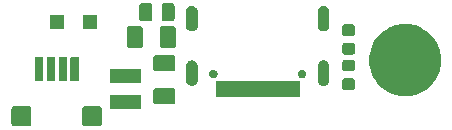
<source format=gbr>
G04 #@! TF.GenerationSoftware,KiCad,Pcbnew,(5.1.4)-1*
G04 #@! TF.CreationDate,2021-08-26T02:32:56-07:00*
G04 #@! TF.ProjectId,dboard,64626f61-7264-42e6-9b69-6361645f7063,rev?*
G04 #@! TF.SameCoordinates,Original*
G04 #@! TF.FileFunction,Soldermask,Bot*
G04 #@! TF.FilePolarity,Negative*
%FSLAX46Y46*%
G04 Gerber Fmt 4.6, Leading zero omitted, Abs format (unit mm)*
G04 Created by KiCad (PCBNEW (5.1.4)-1) date 2021-08-26 02:32:56*
%MOMM*%
%LPD*%
G04 APERTURE LIST*
%ADD10C,0.100000*%
G04 APERTURE END LIST*
D10*
G36*
X-13362743Y-9654692D02*
G01*
X-13313065Y-9669762D01*
X-13267289Y-9694230D01*
X-13227161Y-9727161D01*
X-13194230Y-9767289D01*
X-13169762Y-9813065D01*
X-13154692Y-9862743D01*
X-13149000Y-9920538D01*
X-13149000Y-11079462D01*
X-13154692Y-11137257D01*
X-13169762Y-11186935D01*
X-13194230Y-11232711D01*
X-13227161Y-11272839D01*
X-13267289Y-11305770D01*
X-13313065Y-11330238D01*
X-13362743Y-11345308D01*
X-13420538Y-11351000D01*
X-14579462Y-11351000D01*
X-14637257Y-11345308D01*
X-14686935Y-11330238D01*
X-14732711Y-11305770D01*
X-14772839Y-11272839D01*
X-14805770Y-11232711D01*
X-14830238Y-11186935D01*
X-14845308Y-11137257D01*
X-14851000Y-11079462D01*
X-14851000Y-9920538D01*
X-14845308Y-9862743D01*
X-14830238Y-9813065D01*
X-14805770Y-9767289D01*
X-14772839Y-9727161D01*
X-14732711Y-9694230D01*
X-14686935Y-9669762D01*
X-14637257Y-9654692D01*
X-14579462Y-9649000D01*
X-13420538Y-9649000D01*
X-13362743Y-9654692D01*
X-13362743Y-9654692D01*
G37*
G36*
X-19362743Y-9654692D02*
G01*
X-19313065Y-9669762D01*
X-19267289Y-9694230D01*
X-19227161Y-9727161D01*
X-19194230Y-9767289D01*
X-19169762Y-9813065D01*
X-19154692Y-9862743D01*
X-19149000Y-9920538D01*
X-19149000Y-11079462D01*
X-19154692Y-11137257D01*
X-19169762Y-11186935D01*
X-19194230Y-11232711D01*
X-19227161Y-11272839D01*
X-19267289Y-11305770D01*
X-19313065Y-11330238D01*
X-19362743Y-11345308D01*
X-19420538Y-11351000D01*
X-20579462Y-11351000D01*
X-20637257Y-11345308D01*
X-20686935Y-11330238D01*
X-20732711Y-11305770D01*
X-20772839Y-11272839D01*
X-20805770Y-11232711D01*
X-20830238Y-11186935D01*
X-20845308Y-11137257D01*
X-20851000Y-11079462D01*
X-20851000Y-9920538D01*
X-20845308Y-9862743D01*
X-20830238Y-9813065D01*
X-20805770Y-9767289D01*
X-20772839Y-9727161D01*
X-20732711Y-9694230D01*
X-20686935Y-9669762D01*
X-20637257Y-9654692D01*
X-20579462Y-9649000D01*
X-19420538Y-9649000D01*
X-19362743Y-9654692D01*
X-19362743Y-9654692D01*
G37*
G36*
X-9874000Y-9881000D02*
G01*
X-12526000Y-9881000D01*
X-12526000Y-8719000D01*
X-9874000Y-8719000D01*
X-9874000Y-9881000D01*
X-9874000Y-9881000D01*
G37*
G36*
X-7131396Y-8128347D02*
G01*
X-7094856Y-8139432D01*
X-7061179Y-8157433D01*
X-7031659Y-8181659D01*
X-7007433Y-8211179D01*
X-6989432Y-8244856D01*
X-6978347Y-8281396D01*
X-6974000Y-8325538D01*
X-6974000Y-9274462D01*
X-6978347Y-9318604D01*
X-6989432Y-9355144D01*
X-7007433Y-9388821D01*
X-7031659Y-9418341D01*
X-7061179Y-9442567D01*
X-7094856Y-9460568D01*
X-7131396Y-9471653D01*
X-7175538Y-9476000D01*
X-8624462Y-9476000D01*
X-8668604Y-9471653D01*
X-8705144Y-9460568D01*
X-8738821Y-9442567D01*
X-8768341Y-9418341D01*
X-8792567Y-9388821D01*
X-8810568Y-9355144D01*
X-8821653Y-9318604D01*
X-8826000Y-9274462D01*
X-8826000Y-8325538D01*
X-8821653Y-8281396D01*
X-8810568Y-8244856D01*
X-8792567Y-8211179D01*
X-8768341Y-8181659D01*
X-8738821Y-8157433D01*
X-8705144Y-8139432D01*
X-8668604Y-8128347D01*
X-8624462Y-8124000D01*
X-7175538Y-8124000D01*
X-7131396Y-8128347D01*
X-7131396Y-8128347D01*
G37*
G36*
X3551000Y-8901000D02*
G01*
X-3551000Y-8901000D01*
X-3551000Y-7499000D01*
X3551000Y-7499000D01*
X3551000Y-8901000D01*
X3551000Y-8901000D01*
G37*
G36*
X13389943Y-2816248D02*
G01*
X13945189Y-3046238D01*
X14119193Y-3162504D01*
X14444899Y-3380134D01*
X14869866Y-3805101D01*
X14939974Y-3910025D01*
X15203762Y-4304811D01*
X15433752Y-4860057D01*
X15551000Y-5449501D01*
X15551000Y-6050499D01*
X15433752Y-6639943D01*
X15203762Y-7195189D01*
X15098542Y-7352661D01*
X14869866Y-7694899D01*
X14444899Y-8119866D01*
X14218252Y-8271307D01*
X13945189Y-8453762D01*
X13389943Y-8683752D01*
X12800499Y-8801000D01*
X12199501Y-8801000D01*
X11610057Y-8683752D01*
X11054811Y-8453762D01*
X10781748Y-8271307D01*
X10555101Y-8119866D01*
X10130134Y-7694899D01*
X9901458Y-7352661D01*
X9796238Y-7195189D01*
X9566248Y-6639943D01*
X9449000Y-6050499D01*
X9449000Y-5449501D01*
X9566248Y-4860057D01*
X9796238Y-4304811D01*
X10060026Y-3910025D01*
X10130134Y-3805101D01*
X10555101Y-3380134D01*
X10880807Y-3162504D01*
X11054811Y-3046238D01*
X11610057Y-2816248D01*
X12199501Y-2699000D01*
X12800499Y-2699000D01*
X13389943Y-2816248D01*
X13389943Y-2816248D01*
G37*
G36*
X8079591Y-7303085D02*
G01*
X8113569Y-7313393D01*
X8144890Y-7330134D01*
X8172339Y-7352661D01*
X8194866Y-7380110D01*
X8211607Y-7411431D01*
X8221915Y-7445409D01*
X8226000Y-7486890D01*
X8226000Y-8088110D01*
X8221915Y-8129591D01*
X8211607Y-8163569D01*
X8194866Y-8194890D01*
X8172339Y-8222339D01*
X8144890Y-8244866D01*
X8113569Y-8261607D01*
X8079591Y-8271915D01*
X8038110Y-8276000D01*
X7361890Y-8276000D01*
X7320409Y-8271915D01*
X7286431Y-8261607D01*
X7255110Y-8244866D01*
X7227661Y-8222339D01*
X7205134Y-8194890D01*
X7188393Y-8163569D01*
X7178085Y-8129591D01*
X7174000Y-8088110D01*
X7174000Y-7486890D01*
X7178085Y-7445409D01*
X7188393Y-7411431D01*
X7205134Y-7380110D01*
X7227661Y-7352661D01*
X7255110Y-7330134D01*
X7286431Y-7313393D01*
X7320409Y-7303085D01*
X7361890Y-7299000D01*
X8038110Y-7299000D01*
X8079591Y-7303085D01*
X8079591Y-7303085D01*
G37*
G36*
X-5476788Y-5761249D02*
G01*
X-5382349Y-5789897D01*
X-5295313Y-5836418D01*
X-5219025Y-5899025D01*
X-5156418Y-5975313D01*
X-5109897Y-6062348D01*
X-5081249Y-6156787D01*
X-5074000Y-6230388D01*
X-5074000Y-7429612D01*
X-5081249Y-7503213D01*
X-5109897Y-7597652D01*
X-5156418Y-7684687D01*
X-5219025Y-7760975D01*
X-5295313Y-7823582D01*
X-5382348Y-7870103D01*
X-5476787Y-7898751D01*
X-5575000Y-7908424D01*
X-5673212Y-7898751D01*
X-5767651Y-7870103D01*
X-5854686Y-7823582D01*
X-5930974Y-7760975D01*
X-5993581Y-7684687D01*
X-6040102Y-7597652D01*
X-6068750Y-7503213D01*
X-6075999Y-7429612D01*
X-6076000Y-6230389D01*
X-6068751Y-6156788D01*
X-6040103Y-6062349D01*
X-5993582Y-5975313D01*
X-5930975Y-5899025D01*
X-5854687Y-5836418D01*
X-5767652Y-5789897D01*
X-5673213Y-5761249D01*
X-5575000Y-5751576D01*
X-5476788Y-5761249D01*
X-5476788Y-5761249D01*
G37*
G36*
X5673212Y-5761249D02*
G01*
X5767651Y-5789897D01*
X5854687Y-5836418D01*
X5930975Y-5899025D01*
X5993582Y-5975313D01*
X6040103Y-6062348D01*
X6068751Y-6156787D01*
X6076000Y-6230388D01*
X6076000Y-7429612D01*
X6068751Y-7503213D01*
X6040103Y-7597652D01*
X5993582Y-7684687D01*
X5930975Y-7760975D01*
X5854687Y-7823582D01*
X5767652Y-7870103D01*
X5673213Y-7898751D01*
X5575000Y-7908424D01*
X5476788Y-7898751D01*
X5382349Y-7870103D01*
X5295314Y-7823582D01*
X5219026Y-7760975D01*
X5156419Y-7684687D01*
X5109898Y-7597652D01*
X5081250Y-7503213D01*
X5074001Y-7429612D01*
X5074000Y-6230389D01*
X5081249Y-6156788D01*
X5109897Y-6062349D01*
X5156418Y-5975313D01*
X5219025Y-5899025D01*
X5295313Y-5836418D01*
X5382348Y-5789897D01*
X5476787Y-5761249D01*
X5575000Y-5751576D01*
X5673212Y-5761249D01*
X5673212Y-5761249D01*
G37*
G36*
X-9874000Y-7681000D02*
G01*
X-12526000Y-7681000D01*
X-12526000Y-6519000D01*
X-9874000Y-6519000D01*
X-9874000Y-7681000D01*
X-9874000Y-7681000D01*
G37*
G36*
X-18240072Y-5451764D02*
G01*
X-18218991Y-5458160D01*
X-18199555Y-5468548D01*
X-18182524Y-5482524D01*
X-18168548Y-5499555D01*
X-18158160Y-5518991D01*
X-18151764Y-5540072D01*
X-18149000Y-5568140D01*
X-18149000Y-7431860D01*
X-18151764Y-7459928D01*
X-18158160Y-7481009D01*
X-18168548Y-7500445D01*
X-18182524Y-7517476D01*
X-18199555Y-7531452D01*
X-18218991Y-7541840D01*
X-18240072Y-7548236D01*
X-18268140Y-7551000D01*
X-18731860Y-7551000D01*
X-18759928Y-7548236D01*
X-18781009Y-7541840D01*
X-18800445Y-7531452D01*
X-18817476Y-7517476D01*
X-18831452Y-7500445D01*
X-18841840Y-7481009D01*
X-18848236Y-7459928D01*
X-18851000Y-7431860D01*
X-18851000Y-5568140D01*
X-18848236Y-5540072D01*
X-18841840Y-5518991D01*
X-18831452Y-5499555D01*
X-18817476Y-5482524D01*
X-18800445Y-5468548D01*
X-18781009Y-5458160D01*
X-18759928Y-5451764D01*
X-18731860Y-5449000D01*
X-18268140Y-5449000D01*
X-18240072Y-5451764D01*
X-18240072Y-5451764D01*
G37*
G36*
X-17240072Y-5451764D02*
G01*
X-17218991Y-5458160D01*
X-17199555Y-5468548D01*
X-17182524Y-5482524D01*
X-17168548Y-5499555D01*
X-17158160Y-5518991D01*
X-17151764Y-5540072D01*
X-17149000Y-5568140D01*
X-17149000Y-7431860D01*
X-17151764Y-7459928D01*
X-17158160Y-7481009D01*
X-17168548Y-7500445D01*
X-17182524Y-7517476D01*
X-17199555Y-7531452D01*
X-17218991Y-7541840D01*
X-17240072Y-7548236D01*
X-17268140Y-7551000D01*
X-17731860Y-7551000D01*
X-17759928Y-7548236D01*
X-17781009Y-7541840D01*
X-17800445Y-7531452D01*
X-17817476Y-7517476D01*
X-17831452Y-7500445D01*
X-17841840Y-7481009D01*
X-17848236Y-7459928D01*
X-17851000Y-7431860D01*
X-17851000Y-5568140D01*
X-17848236Y-5540072D01*
X-17841840Y-5518991D01*
X-17831452Y-5499555D01*
X-17817476Y-5482524D01*
X-17800445Y-5468548D01*
X-17781009Y-5458160D01*
X-17759928Y-5451764D01*
X-17731860Y-5449000D01*
X-17268140Y-5449000D01*
X-17240072Y-5451764D01*
X-17240072Y-5451764D01*
G37*
G36*
X-16240072Y-5451764D02*
G01*
X-16218991Y-5458160D01*
X-16199555Y-5468548D01*
X-16182524Y-5482524D01*
X-16168548Y-5499555D01*
X-16158160Y-5518991D01*
X-16151764Y-5540072D01*
X-16149000Y-5568140D01*
X-16149000Y-7431860D01*
X-16151764Y-7459928D01*
X-16158160Y-7481009D01*
X-16168548Y-7500445D01*
X-16182524Y-7517476D01*
X-16199555Y-7531452D01*
X-16218991Y-7541840D01*
X-16240072Y-7548236D01*
X-16268140Y-7551000D01*
X-16731860Y-7551000D01*
X-16759928Y-7548236D01*
X-16781009Y-7541840D01*
X-16800445Y-7531452D01*
X-16817476Y-7517476D01*
X-16831452Y-7500445D01*
X-16841840Y-7481009D01*
X-16848236Y-7459928D01*
X-16851000Y-7431860D01*
X-16851000Y-5568140D01*
X-16848236Y-5540072D01*
X-16841840Y-5518991D01*
X-16831452Y-5499555D01*
X-16817476Y-5482524D01*
X-16800445Y-5468548D01*
X-16781009Y-5458160D01*
X-16759928Y-5451764D01*
X-16731860Y-5449000D01*
X-16268140Y-5449000D01*
X-16240072Y-5451764D01*
X-16240072Y-5451764D01*
G37*
G36*
X-15240072Y-5451764D02*
G01*
X-15218991Y-5458160D01*
X-15199555Y-5468548D01*
X-15182524Y-5482524D01*
X-15168548Y-5499555D01*
X-15158160Y-5518991D01*
X-15151764Y-5540072D01*
X-15149000Y-5568140D01*
X-15149000Y-7431860D01*
X-15151764Y-7459928D01*
X-15158160Y-7481009D01*
X-15168548Y-7500445D01*
X-15182524Y-7517476D01*
X-15199555Y-7531452D01*
X-15218991Y-7541840D01*
X-15240072Y-7548236D01*
X-15268140Y-7551000D01*
X-15731860Y-7551000D01*
X-15759928Y-7548236D01*
X-15781009Y-7541840D01*
X-15800445Y-7531452D01*
X-15817476Y-7517476D01*
X-15831452Y-7500445D01*
X-15841840Y-7481009D01*
X-15848236Y-7459928D01*
X-15851000Y-7431860D01*
X-15851000Y-5568140D01*
X-15848236Y-5540072D01*
X-15841840Y-5518991D01*
X-15831452Y-5499555D01*
X-15817476Y-5482524D01*
X-15800445Y-5468548D01*
X-15781009Y-5458160D01*
X-15759928Y-5451764D01*
X-15731860Y-5449000D01*
X-15268140Y-5449000D01*
X-15240072Y-5451764D01*
X-15240072Y-5451764D01*
G37*
G36*
X3852383Y-6572489D02*
G01*
X3852386Y-6572490D01*
X3852385Y-6572490D01*
X3916258Y-6598946D01*
X3973748Y-6637360D01*
X4022640Y-6686252D01*
X4061054Y-6743742D01*
X4082624Y-6795818D01*
X4087511Y-6807617D01*
X4101000Y-6875430D01*
X4101000Y-6944570D01*
X4087511Y-7012383D01*
X4087510Y-7012385D01*
X4061054Y-7076258D01*
X4022640Y-7133748D01*
X3973748Y-7182640D01*
X3916258Y-7221054D01*
X3864182Y-7242624D01*
X3852383Y-7247511D01*
X3784570Y-7261000D01*
X3715427Y-7261000D01*
X3700384Y-7258008D01*
X3683466Y-7256342D01*
X3667191Y-7251404D01*
X3647617Y-7247511D01*
X3635818Y-7242624D01*
X3583742Y-7221054D01*
X3526252Y-7182640D01*
X3477360Y-7133748D01*
X3438946Y-7076258D01*
X3412490Y-7012385D01*
X3412489Y-7012383D01*
X3399000Y-6944570D01*
X3399000Y-6875430D01*
X3412489Y-6807617D01*
X3417376Y-6795818D01*
X3438946Y-6743742D01*
X3477360Y-6686252D01*
X3526252Y-6637360D01*
X3583742Y-6598946D01*
X3647615Y-6572490D01*
X3647614Y-6572490D01*
X3647617Y-6572489D01*
X3715430Y-6559000D01*
X3784570Y-6559000D01*
X3852383Y-6572489D01*
X3852383Y-6572489D01*
G37*
G36*
X-3647617Y-6572489D02*
G01*
X-3647614Y-6572490D01*
X-3647615Y-6572490D01*
X-3583742Y-6598946D01*
X-3526252Y-6637360D01*
X-3477360Y-6686252D01*
X-3438946Y-6743742D01*
X-3417376Y-6795818D01*
X-3412489Y-6807617D01*
X-3399000Y-6875430D01*
X-3399000Y-6944570D01*
X-3412489Y-7012383D01*
X-3412490Y-7012385D01*
X-3438946Y-7076258D01*
X-3477360Y-7133748D01*
X-3526252Y-7182640D01*
X-3583742Y-7221054D01*
X-3635818Y-7242624D01*
X-3647617Y-7247511D01*
X-3667191Y-7251404D01*
X-3683466Y-7256342D01*
X-3700384Y-7258008D01*
X-3715427Y-7261000D01*
X-3784570Y-7261000D01*
X-3852383Y-7247511D01*
X-3864182Y-7242624D01*
X-3916258Y-7221054D01*
X-3973748Y-7182640D01*
X-4022640Y-7133748D01*
X-4061054Y-7076258D01*
X-4087510Y-7012385D01*
X-4087511Y-7012383D01*
X-4101000Y-6944570D01*
X-4101000Y-6875430D01*
X-4087511Y-6807617D01*
X-4082624Y-6795818D01*
X-4061054Y-6743742D01*
X-4022640Y-6686252D01*
X-3973748Y-6637360D01*
X-3916258Y-6598946D01*
X-3852385Y-6572490D01*
X-3852386Y-6572490D01*
X-3852383Y-6572489D01*
X-3784570Y-6559000D01*
X-3715430Y-6559000D01*
X-3647617Y-6572489D01*
X-3647617Y-6572489D01*
G37*
G36*
X8079591Y-5728085D02*
G01*
X8113569Y-5738393D01*
X8144890Y-5755134D01*
X8172339Y-5777661D01*
X8194866Y-5805110D01*
X8211607Y-5836431D01*
X8221915Y-5870409D01*
X8226000Y-5911890D01*
X8226000Y-6513110D01*
X8221915Y-6554591D01*
X8211607Y-6588569D01*
X8194866Y-6619890D01*
X8172339Y-6647339D01*
X8144890Y-6669866D01*
X8113569Y-6686607D01*
X8079591Y-6696915D01*
X8038110Y-6701000D01*
X7361890Y-6701000D01*
X7320409Y-6696915D01*
X7286431Y-6686607D01*
X7255110Y-6669866D01*
X7227661Y-6647339D01*
X7205134Y-6619890D01*
X7188393Y-6588569D01*
X7178085Y-6554591D01*
X7174000Y-6513110D01*
X7174000Y-5911890D01*
X7178085Y-5870409D01*
X7188393Y-5836431D01*
X7205134Y-5805110D01*
X7227661Y-5777661D01*
X7255110Y-5755134D01*
X7286431Y-5738393D01*
X7320409Y-5728085D01*
X7361890Y-5724000D01*
X8038110Y-5724000D01*
X8079591Y-5728085D01*
X8079591Y-5728085D01*
G37*
G36*
X-7131396Y-5328347D02*
G01*
X-7094856Y-5339432D01*
X-7061179Y-5357433D01*
X-7031659Y-5381659D01*
X-7007433Y-5411179D01*
X-6989432Y-5444856D01*
X-6978347Y-5481396D01*
X-6974000Y-5525538D01*
X-6974000Y-6474462D01*
X-6978347Y-6518604D01*
X-6989432Y-6555144D01*
X-7007433Y-6588821D01*
X-7031659Y-6618341D01*
X-7061179Y-6642567D01*
X-7094856Y-6660568D01*
X-7131396Y-6671653D01*
X-7175538Y-6676000D01*
X-8624462Y-6676000D01*
X-8668604Y-6671653D01*
X-8705144Y-6660568D01*
X-8738821Y-6642567D01*
X-8768341Y-6618341D01*
X-8792567Y-6588821D01*
X-8810568Y-6555144D01*
X-8821653Y-6518604D01*
X-8826000Y-6474462D01*
X-8826000Y-5525538D01*
X-8821653Y-5481396D01*
X-8810568Y-5444856D01*
X-8792567Y-5411179D01*
X-8768341Y-5381659D01*
X-8738821Y-5357433D01*
X-8705144Y-5339432D01*
X-8668604Y-5328347D01*
X-8624462Y-5324000D01*
X-7175538Y-5324000D01*
X-7131396Y-5328347D01*
X-7131396Y-5328347D01*
G37*
G36*
X8079591Y-4303085D02*
G01*
X8113569Y-4313393D01*
X8144890Y-4330134D01*
X8172339Y-4352661D01*
X8194866Y-4380110D01*
X8211607Y-4411431D01*
X8221915Y-4445409D01*
X8226000Y-4486890D01*
X8226000Y-5088110D01*
X8221915Y-5129591D01*
X8211607Y-5163569D01*
X8194866Y-5194890D01*
X8172339Y-5222339D01*
X8144890Y-5244866D01*
X8113569Y-5261607D01*
X8079591Y-5271915D01*
X8038110Y-5276000D01*
X7361890Y-5276000D01*
X7320409Y-5271915D01*
X7286431Y-5261607D01*
X7255110Y-5244866D01*
X7227661Y-5222339D01*
X7205134Y-5194890D01*
X7188393Y-5163569D01*
X7178085Y-5129591D01*
X7174000Y-5088110D01*
X7174000Y-4486890D01*
X7178085Y-4445409D01*
X7188393Y-4411431D01*
X7205134Y-4380110D01*
X7227661Y-4352661D01*
X7255110Y-4330134D01*
X7286431Y-4313393D01*
X7320409Y-4303085D01*
X7361890Y-4299000D01*
X8038110Y-4299000D01*
X8079591Y-4303085D01*
X8079591Y-4303085D01*
G37*
G36*
X-7081396Y-2878347D02*
G01*
X-7044856Y-2889432D01*
X-7011179Y-2907433D01*
X-6981659Y-2931659D01*
X-6957433Y-2961179D01*
X-6939432Y-2994856D01*
X-6928347Y-3031396D01*
X-6924000Y-3075538D01*
X-6924000Y-4524462D01*
X-6928347Y-4568604D01*
X-6939432Y-4605144D01*
X-6957433Y-4638821D01*
X-6981659Y-4668341D01*
X-7011179Y-4692567D01*
X-7044856Y-4710568D01*
X-7081396Y-4721653D01*
X-7125538Y-4726000D01*
X-8074462Y-4726000D01*
X-8118604Y-4721653D01*
X-8155144Y-4710568D01*
X-8188821Y-4692567D01*
X-8218341Y-4668341D01*
X-8242567Y-4638821D01*
X-8260568Y-4605144D01*
X-8271653Y-4568604D01*
X-8276000Y-4524462D01*
X-8276000Y-3075538D01*
X-8271653Y-3031396D01*
X-8260568Y-2994856D01*
X-8242567Y-2961179D01*
X-8218341Y-2931659D01*
X-8188821Y-2907433D01*
X-8155144Y-2889432D01*
X-8118604Y-2878347D01*
X-8074462Y-2874000D01*
X-7125538Y-2874000D01*
X-7081396Y-2878347D01*
X-7081396Y-2878347D01*
G37*
G36*
X-9881396Y-2878347D02*
G01*
X-9844856Y-2889432D01*
X-9811179Y-2907433D01*
X-9781659Y-2931659D01*
X-9757433Y-2961179D01*
X-9739432Y-2994856D01*
X-9728347Y-3031396D01*
X-9724000Y-3075538D01*
X-9724000Y-4524462D01*
X-9728347Y-4568604D01*
X-9739432Y-4605144D01*
X-9757433Y-4638821D01*
X-9781659Y-4668341D01*
X-9811179Y-4692567D01*
X-9844856Y-4710568D01*
X-9881396Y-4721653D01*
X-9925538Y-4726000D01*
X-10874462Y-4726000D01*
X-10918604Y-4721653D01*
X-10955144Y-4710568D01*
X-10988821Y-4692567D01*
X-11018341Y-4668341D01*
X-11042567Y-4638821D01*
X-11060568Y-4605144D01*
X-11071653Y-4568604D01*
X-11076000Y-4524462D01*
X-11076000Y-3075538D01*
X-11071653Y-3031396D01*
X-11060568Y-2994856D01*
X-11042567Y-2961179D01*
X-11018341Y-2931659D01*
X-10988821Y-2907433D01*
X-10955144Y-2889432D01*
X-10918604Y-2878347D01*
X-10874462Y-2874000D01*
X-9925538Y-2874000D01*
X-9881396Y-2878347D01*
X-9881396Y-2878347D01*
G37*
G36*
X8079591Y-2728085D02*
G01*
X8113569Y-2738393D01*
X8144890Y-2755134D01*
X8172339Y-2777661D01*
X8194866Y-2805110D01*
X8211607Y-2836431D01*
X8221915Y-2870409D01*
X8226000Y-2911890D01*
X8226000Y-3513110D01*
X8221915Y-3554591D01*
X8211607Y-3588569D01*
X8194866Y-3619890D01*
X8172339Y-3647339D01*
X8144890Y-3669866D01*
X8113569Y-3686607D01*
X8079591Y-3696915D01*
X8038110Y-3701000D01*
X7361890Y-3701000D01*
X7320409Y-3696915D01*
X7286431Y-3686607D01*
X7255110Y-3669866D01*
X7227661Y-3647339D01*
X7205134Y-3619890D01*
X7188393Y-3588569D01*
X7178085Y-3554591D01*
X7174000Y-3513110D01*
X7174000Y-2911890D01*
X7178085Y-2870409D01*
X7188393Y-2836431D01*
X7205134Y-2805110D01*
X7227661Y-2777661D01*
X7255110Y-2755134D01*
X7286431Y-2738393D01*
X7320409Y-2728085D01*
X7361890Y-2724000D01*
X8038110Y-2724000D01*
X8079591Y-2728085D01*
X8079591Y-2728085D01*
G37*
G36*
X-5476788Y-1161249D02*
G01*
X-5382349Y-1189897D01*
X-5295313Y-1236418D01*
X-5219025Y-1299025D01*
X-5156418Y-1375313D01*
X-5109897Y-1462348D01*
X-5081249Y-1556787D01*
X-5074000Y-1630388D01*
X-5074000Y-2829612D01*
X-5081249Y-2903213D01*
X-5109897Y-2997652D01*
X-5156418Y-3084687D01*
X-5219025Y-3160975D01*
X-5295313Y-3223582D01*
X-5382348Y-3270103D01*
X-5476787Y-3298751D01*
X-5575000Y-3308424D01*
X-5673212Y-3298751D01*
X-5767651Y-3270103D01*
X-5854686Y-3223582D01*
X-5930974Y-3160975D01*
X-5993581Y-3084687D01*
X-6040102Y-2997652D01*
X-6068750Y-2903213D01*
X-6075999Y-2829612D01*
X-6076000Y-1630389D01*
X-6068751Y-1556788D01*
X-6040103Y-1462349D01*
X-5993582Y-1375313D01*
X-5930975Y-1299025D01*
X-5854687Y-1236418D01*
X-5767652Y-1189897D01*
X-5673213Y-1161249D01*
X-5575000Y-1151576D01*
X-5476788Y-1161249D01*
X-5476788Y-1161249D01*
G37*
G36*
X5673212Y-1161249D02*
G01*
X5767651Y-1189897D01*
X5854687Y-1236418D01*
X5930975Y-1299025D01*
X5993582Y-1375313D01*
X6040103Y-1462348D01*
X6068751Y-1556787D01*
X6076000Y-1630388D01*
X6076000Y-2829612D01*
X6068751Y-2903213D01*
X6040103Y-2997652D01*
X5993582Y-3084687D01*
X5930975Y-3160975D01*
X5854687Y-3223582D01*
X5767652Y-3270103D01*
X5673213Y-3298751D01*
X5575000Y-3308424D01*
X5476788Y-3298751D01*
X5382349Y-3270103D01*
X5295314Y-3223582D01*
X5219026Y-3160975D01*
X5156419Y-3084687D01*
X5109898Y-2997652D01*
X5081250Y-2903213D01*
X5074001Y-2829612D01*
X5074000Y-1630389D01*
X5081249Y-1556788D01*
X5109897Y-1462349D01*
X5156418Y-1375313D01*
X5219025Y-1299025D01*
X5295313Y-1236418D01*
X5382348Y-1189897D01*
X5476787Y-1161249D01*
X5575000Y-1151576D01*
X5673212Y-1161249D01*
X5673212Y-1161249D01*
G37*
G36*
X-16399000Y-3101000D02*
G01*
X-17601000Y-3101000D01*
X-17601000Y-1899000D01*
X-16399000Y-1899000D01*
X-16399000Y-3101000D01*
X-16399000Y-3101000D01*
G37*
G36*
X-13599000Y-3101000D02*
G01*
X-14801000Y-3101000D01*
X-14801000Y-1899000D01*
X-13599000Y-1899000D01*
X-13599000Y-3101000D01*
X-13599000Y-3101000D01*
G37*
G36*
X-7208066Y-928686D02*
G01*
X-7168216Y-940774D01*
X-7131501Y-960399D01*
X-7099314Y-986814D01*
X-7072899Y-1019001D01*
X-7053274Y-1055716D01*
X-7041186Y-1095566D01*
X-7036500Y-1143141D01*
X-7036500Y-2256859D01*
X-7041186Y-2304434D01*
X-7053274Y-2344284D01*
X-7072899Y-2380999D01*
X-7099314Y-2413186D01*
X-7131501Y-2439601D01*
X-7168216Y-2459226D01*
X-7208066Y-2471314D01*
X-7255641Y-2476000D01*
X-7919359Y-2476000D01*
X-7966934Y-2471314D01*
X-8006784Y-2459226D01*
X-8043499Y-2439601D01*
X-8075686Y-2413186D01*
X-8102101Y-2380999D01*
X-8121726Y-2344284D01*
X-8133814Y-2304434D01*
X-8138500Y-2256859D01*
X-8138500Y-1143141D01*
X-8133814Y-1095566D01*
X-8121726Y-1055716D01*
X-8102101Y-1019001D01*
X-8075686Y-986814D01*
X-8043499Y-960399D01*
X-8006784Y-940774D01*
X-7966934Y-928686D01*
X-7919359Y-924000D01*
X-7255641Y-924000D01*
X-7208066Y-928686D01*
X-7208066Y-928686D01*
G37*
G36*
X-9108066Y-928686D02*
G01*
X-9068216Y-940774D01*
X-9031501Y-960399D01*
X-8999314Y-986814D01*
X-8972899Y-1019001D01*
X-8953274Y-1055716D01*
X-8941186Y-1095566D01*
X-8936500Y-1143141D01*
X-8936500Y-2256859D01*
X-8941186Y-2304434D01*
X-8953274Y-2344284D01*
X-8972899Y-2380999D01*
X-8999314Y-2413186D01*
X-9031501Y-2439601D01*
X-9068216Y-2459226D01*
X-9108066Y-2471314D01*
X-9155641Y-2476000D01*
X-9819359Y-2476000D01*
X-9866934Y-2471314D01*
X-9906784Y-2459226D01*
X-9943499Y-2439601D01*
X-9975686Y-2413186D01*
X-10002101Y-2380999D01*
X-10021726Y-2344284D01*
X-10033814Y-2304434D01*
X-10038500Y-2256859D01*
X-10038500Y-1143141D01*
X-10033814Y-1095566D01*
X-10021726Y-1055716D01*
X-10002101Y-1019001D01*
X-9975686Y-986814D01*
X-9943499Y-960399D01*
X-9906784Y-940774D01*
X-9866934Y-928686D01*
X-9819359Y-924000D01*
X-9155641Y-924000D01*
X-9108066Y-928686D01*
X-9108066Y-928686D01*
G37*
M02*

</source>
